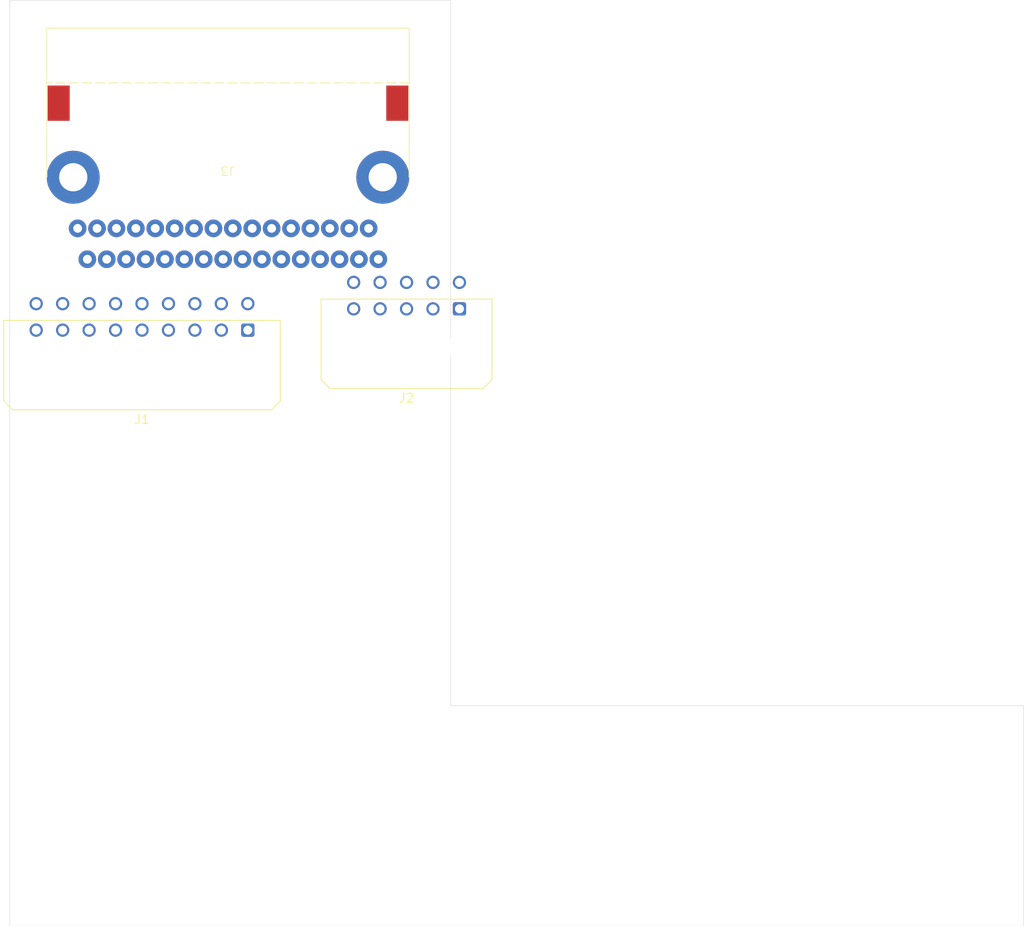
<source format=kicad_pcb>
(kicad_pcb (version 20240108) (generator "pcbnew") (generator_version "8.0")
  (layers (0 "F.Cu" signal) (31 "B.Cu" signal) (34 "B.Paste" user) (35 "F.Paste" user) (36 "B.SilkS" user "B.Silkscreen") (37 "F.SilkS" user "F.Silkscreen") (38 "B.Mask" user) (39 "F.Mask" user) (44 "Edge.Cuts" user))
  (net 0 "")
  (footprint "Connector_Molex:Molex_Micro-Fit_3.0_43045-1000_2x05_P3.00mm_Horizontal" (layer "F.Cu") (at 146 75 180)
    (property "Reference" "J2" (at 6 -10.12 180) (layer "F.SilkS"))
    (property "Value" "MicroFit_10Pin")
    (fp_line (start 15.685 1.1) (end -3.685 1.1) (stroke (width 0.12)) (layer "F.SilkS"))
    (fp_line (start 15.685 -8.03) (end 15.685 1.1) (stroke (width 0.12)) (layer "F.SilkS"))
    (fp_line (start 14.685 -9.03) (end 15.685 -8.03) (stroke (width 0.12)) (layer "F.SilkS"))
    (fp_line (start -2.685 -9.03) (end 14.685 -9.03) (stroke (width 0.12)) (layer "F.SilkS"))
    (fp_line (start -3.685 1.1) (end -3.685 -8.03) (stroke (width 0.12)) (layer "F.SilkS"))
    (fp_line (start -3.685 -8.03) (end -2.685 -9.03) (stroke (width 0.12)) (layer "F.SilkS"))
    (pad "" np_thru_hole circle (at 2.16 -4.32 180) (size 3 3) (drill 3) (layers "*.Cu" "*.Mask"))
    (pad "" np_thru_hole circle (at 9.86 -4.32 180) (size 3 3) (drill 3) (layers "*.Cu" "*.Mask"))
    (pad "1" thru_hole roundrect (at 0 0 180) (size 1.5 1.5) (drill 1.02) (layers "*.Cu" "*.Mask") (roundrect_rratio 0.166667))
    (pad "2" thru_hole circle (at 3 0 180) (size 1.5 1.5) (drill 1.02) (layers "*.Cu" "*.Mask"))
    (pad "3" thru_hole circle (at 6 0 180) (size 1.5 1.5) (drill 1.02) (layers "*.Cu" "*.Mask"))
    (pad "4" thru_hole circle (at 9 0 180) (size 1.5 1.5) (drill 1.02) (layers "*.Cu" "*.Mask"))
    (pad "5" thru_hole circle (at 12 0 180) (size 1.5 1.5) (drill 1.02) (layers "*.Cu" "*.Mask"))
    (pad "6" thru_hole circle (at 0 3 180) (size 1.5 1.5) (drill 1.02) (layers "*.Cu" "*.Mask"))
    (pad "7" thru_hole circle (at 3 3 180) (size 1.5 1.5) (drill 1.02) (layers "*.Cu" "*.Mask"))
    (pad "8" thru_hole circle (at 6 3 180) (size 1.5 1.5) (drill 1.02) (layers "*.Cu" "*.Mask"))
    (pad "9" thru_hole circle (at 9 3 180) (size 1.5 1.5) (drill 1.02) (layers "*.Cu" "*.Mask"))
    (pad "10" thru_hole circle (at 12 3 180) (size 1.5 1.5) (drill 1.02) (layers "*.Cu" "*.Mask"))
  )
  (footprint "0_user_lib:JAE_MX34032NF2" (layer "F.Cu") (at 119.75 60.075 180)
    (property "Reference" "J3" (at 0 0.75 180) (layer "F.SilkS") (effects (font (thickness 0.1))))
    (property "Value" "32Pin JAE")
    (fp_line (start 20.55 10.7) (end 20.55 16.9) (stroke (width 0.1)) (layer "F.SilkS"))
    (fp_line (start 20.55 10.7) (end 20.55 0) (stroke (width 0.1)) (layer "F.SilkS"))
    (fp_line (start -20.55 16.9) (end 20.55 16.9) (stroke (width 0.1)) (layer "F.SilkS"))
    (fp_line (start -20.55 10.7) (end 20.55 10.7) (stroke (width 0.1) (type dash)) (layer "F.SilkS"))
    (fp_line (start -20.55 10.7) (end -20.55 16.9) (stroke (width 0.1)) (layer "F.SilkS"))
    (fp_line (start -20.55 10.7) (end -20.55 0) (stroke (width 0.1)) (layer "F.SilkS"))
    (pad "" smd rect (at -19.2 8.4 180) (size 2.5 4) (layers "F.Cu" "F.Paste" "F.Mask"))
    (pad "" np_thru_hole circle (at -17.55 0 180) (size 6 6) (drill 3.2) (layers "F&B.Cu" "*.Mask"))
    (pad "" np_thru_hole circle (at 17.55 0 180) (size 6 6) (drill 3.2) (layers "F&B.Cu" "*.Mask"))
    (pad "" smd rect (at 19.2 8.4 180) (size 2.5 4) (layers "F.Cu" "F.Paste" "F.Mask"))
    (pad "1" thru_hole circle (at 15.95 -9.3 180) (size 2 2) (drill 1) (layers "*.Cu" "*.Mask"))
    (pad "2" thru_hole circle (at 13.75 -9.3 180) (size 2 2) (drill 1) (layers "*.Cu" "*.Mask"))
    (pad "3" thru_hole circle (at 11.55 -9.3 180) (size 2 2) (drill 1) (layers "*.Cu" "*.Mask"))
    (pad "4" thru_hole circle (at 9.35 -9.3 180) (size 2 2) (drill 1) (layers "*.Cu" "*.Mask"))
    (pad "5" thru_hole circle (at 7.15 -9.3 180) (size 2 2) (drill 1) (layers "*.Cu" "*.Mask"))
    (pad "6" thru_hole circle (at 4.95 -9.3 180) (size 2 2) (drill 1) (layers "*.Cu" "*.Mask"))
    (pad "7" thru_hole circle (at 2.75 -9.3 180) (size 2 2) (drill 1) (layers "*.Cu" "*.Mask"))
    (pad "8" thru_hole circle (at 0.55 -9.3 180) (size 2 2) (drill 1) (layers "*.Cu" "*.Mask"))
    (pad "9" thru_hole circle (at -1.65 -9.3 180) (size 2 2) (drill 1) (layers "*.Cu" "*.Mask"))
    (pad "10" thru_hole circle (at -3.85 -9.3 180) (size 2 2) (drill 1) (layers "*.Cu" "*.Mask"))
    (pad "11" thru_hole circle (at -6.05 -9.3 180) (size 2 2) (drill 1) (layers "*.Cu" "*.Mask"))
    (pad "12" thru_hole circle (at -8.25 -9.3 180) (size 2 2) (drill 1) (layers "*.Cu" "*.Mask"))
    (pad "13" thru_hole circle (at -10.45 -9.3 180) (size 2 2) (drill 1) (layers "*.Cu" "*.Mask"))
    (pad "14" thru_hole circle (at -12.65 -9.3 180) (size 2 2) (drill 1) (layers "*.Cu" "*.Mask"))
    (pad "15" thru_hole circle (at -14.85 -9.3 180) (size 2 2) (drill 1) (layers "*.Cu" "*.Mask"))
    (pad "16" thru_hole circle (at -17.05 -9.3 180) (size 2 2) (drill 1) (layers "*.Cu" "*.Mask"))
    (pad "17" thru_hole circle (at 17.05 -5.8 180) (size 2 2) (drill 1) (layers "*.Cu" "*.Mask"))
    (pad "18" thru_hole circle (at 14.85 -5.8 180) (size 2 2) (drill 1) (layers "*.Cu" "*.Mask"))
    (pad "19" thru_hole circle (at 12.65 -5.8 180) (size 2 2) (drill 1) (layers "*.Cu" "*.Mask"))
    (pad "20" thru_hole circle (at 10.45 -5.8 180) (size 2 2) (drill 1) (layers "*.Cu" "*.Mask"))
    (pad "21" thru_hole circle (at 8.25 -5.8 180) (size 2 2) (drill 1) (layers "*.Cu" "*.Mask"))
    (pad "22" thru_hole circle (at 6.05 -5.8 180) (size 2 2) (drill 1) (layers "*.Cu" "*.Mask"))
    (pad "23" thru_hole circle (at 3.85 -5.8 180) (size 2 2) (drill 1) (layers "*.Cu" "*.Mask"))
    (pad "24" thru_hole circle (at 1.65 -5.8 180) (size 2 2) (drill 1) (layers "*.Cu" "*.Mask"))
    (pad "25" thru_hole circle (at -0.55 -5.8 180) (size 2 2) (drill 1) (layers "*.Cu" "*.Mask"))
    (pad "26" thru_hole circle (at -2.75 -5.8 180) (size 2 2) (drill 1) (layers "*.Cu" "*.Mask"))
    (pad "27" thru_hole circle (at -4.95 -5.8 180) (size 2 2) (drill 1) (layers "*.Cu" "*.Mask"))
    (pad "28" thru_hole circle (at -7.15 -5.8 180) (size 2 2) (drill 1) (layers "*.Cu" "*.Mask"))
    (pad "29" thru_hole circle (at -9.35 -5.8 180) (size 2 2) (drill 1) (layers "*.Cu" "*.Mask"))
    (pad "30" thru_hole circle (at -11.55 -5.8 180) (size 2 2) (drill 1) (layers "*.Cu" "*.Mask"))
    (pad "31" thru_hole circle (at -13.75 -5.8 180) (size 2 2) (drill 1) (layers "*.Cu" "*.Mask"))
    (pad "32" thru_hole circle (at -15.95 -5.8 180) (size 2 2) (drill 1) (layers "*.Cu" "*.Mask"))
  )
  (footprint "Connector_Molex:Molex_Micro-Fit_3.0_43045-1800_2x09_P3.00mm_Horizontal" (layer "F.Cu") (at 122 77.415 180)
    (property "Reference" "J1" (at 12 -10.12 180) (layer "F.SilkS"))
    (property "Value" "MicroFit_18Pin")
    (fp_line (start 27.685 1.1) (end -3.685 1.1) (stroke (width 0.12)) (layer "F.SilkS"))
    (fp_line (start 27.685 -8.03) (end 27.685 1.1) (stroke (width 0.12)) (layer "F.SilkS"))
    (fp_line (start 26.685 -9.03) (end 27.685 -8.03) (stroke (width 0.12)) (layer "F.SilkS"))
    (fp_line (start -2.685 -9.03) (end 26.685 -9.03) (stroke (width 0.12)) (layer "F.SilkS"))
    (fp_line (start -3.685 1.1) (end -3.685 -8.03) (stroke (width 0.12)) (layer "F.SilkS"))
    (fp_line (start -3.685 -8.03) (end -2.685 -9.03) (stroke (width 0.12)) (layer "F.SilkS"))
    (pad "" np_thru_hole circle (at 2.16 -4.32 180) (size 3 3) (drill 3) (layers "*.Cu" "*.Mask"))
    (pad "" np_thru_hole circle (at 21.86 -4.32 180) (size 3 3) (drill 3) (layers "*.Cu" "*.Mask"))
    (pad "1" thru_hole roundrect (at 0 0 180) (size 1.5 1.5) (drill 1.02) (layers "*.Cu" "*.Mask") (roundrect_rratio 0.166667))
    (pad "2" thru_hole circle (at 3 0 180) (size 1.5 1.5) (drill 1.02) (layers "*.Cu" "*.Mask"))
    (pad "3" thru_hole circle (at 6 0 180) (size 1.5 1.5) (drill 1.02) (layers "*.Cu" "*.Mask"))
    (pad "4" thru_hole circle (at 9 0 180) (size 1.5 1.5) (drill 1.02) (layers "*.Cu" "*.Mask"))
    (pad "5" thru_hole circle (at 12 0 180) (size 1.5 1.5) (drill 1.02) (layers "*.Cu" "*.Mask"))
    (pad "6" thru_hole circle (at 15 0 180) (size 1.5 1.5) (drill 1.02) (layers "*.Cu" "*.Mask"))
    (pad "7" thru_hole circle (at 18 0 180) (size 1.5 1.5) (drill 1.02) (layers "*.Cu" "*.Mask"))
    (pad "8" thru_hole circle (at 21 0 180) (size 1.5 1.5) (drill 1.02) (layers "*.Cu" "*.Mask"))
    (pad "9" thru_hole circle (at 24 0 180) (size 1.5 1.5) (drill 1.02) (layers "*.Cu" "*.Mask"))
    (pad "10" thru_hole circle (at 0 3 180) (size 1.5 1.5) (drill 1.02) (layers "*.Cu" "*.Mask"))
    (pad "11" thru_hole circle (at 3 3 180) (size 1.5 1.5) (drill 1.02) (layers "*.Cu" "*.Mask"))
    (pad "12" thru_hole circle (at 6 3 180) (size 1.5 1.5) (drill 1.02) (layers "*.Cu" "*.Mask"))
    (pad "13" thru_hole circle (at 9 3 180) (size 1.5 1.5) (drill 1.02) (layers "*.Cu" "*.Mask"))
    (pad "14" thru_hole circle (at 12 3 180) (size 1.5 1.5) (drill 1.02) (layers "*.Cu" "*.Mask"))
    (pad "15" thru_hole circle (at 15 3 180) (size 1.5 1.5) (drill 1.02) (layers "*.Cu" "*.Mask"))
    (pad "16" thru_hole circle (at 18 3 180) (size 1.5 1.5) (drill 1.02) (layers "*.Cu" "*.Mask"))
    (pad "17" thru_hole circle (at 21 3 180) (size 1.5 1.5) (drill 1.02) (layers "*.Cu" "*.Mask"))
    (pad "18" thru_hole circle (at 24 3 180) (size 1.5 1.5) (drill 1.02) (layers "*.Cu" "*.Mask"))
  )
  (gr_line (start 95 40) (end 145 40) (stroke (width 0.05)) (layer "Edge.Cuts"))
  (gr_line (start 210 145) (end 95 145) (stroke (width 0.05)) (layer "Edge.Cuts"))
  (gr_line (start 145 40) (end 145 120) (stroke (width 0.05)) (layer "Edge.Cuts"))
  (gr_line (start 95 145) (end 95 40) (stroke (width 0.05)) (layer "Edge.Cuts"))
  (gr_line (start 210 120) (end 210 145) (stroke (width 0.05)) (layer "Edge.Cuts"))
  (gr_line (start 145 120) (end 210 120) (stroke (width 0.05)) (layer "Edge.Cuts"))
)
</source>
